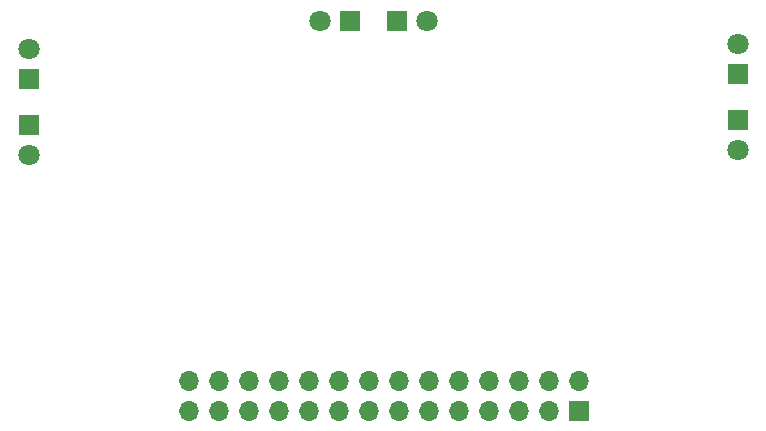
<source format=gbr>
%TF.GenerationSoftware,KiCad,Pcbnew,8.0.0*%
%TF.CreationDate,2024-03-21T20:48:15+02:00*%
%TF.ProjectId,Sensing system,53656e73-696e-4672-9073-797374656d2e,rev?*%
%TF.SameCoordinates,Original*%
%TF.FileFunction,Copper,L2,Bot*%
%TF.FilePolarity,Positive*%
%FSLAX46Y46*%
G04 Gerber Fmt 4.6, Leading zero omitted, Abs format (unit mm)*
G04 Created by KiCad (PCBNEW 8.0.0) date 2024-03-21 20:48:15*
%MOMM*%
%LPD*%
G01*
G04 APERTURE LIST*
%TA.AperFunction,ComponentPad*%
%ADD10O,1.700000X1.700000*%
%TD*%
%TA.AperFunction,ComponentPad*%
%ADD11R,1.700000X1.700000*%
%TD*%
%TA.AperFunction,ComponentPad*%
%ADD12C,1.800000*%
%TD*%
%TA.AperFunction,ComponentPad*%
%ADD13R,1.800000X1.800000*%
%TD*%
G04 APERTURE END LIST*
D10*
%TO.P,J1,28,Pin_28*%
%TO.N,3V3*%
X67310000Y-101600000D03*
%TO.P,J1,27,Pin_27*%
%TO.N,GND*%
X67310000Y-104140000D03*
%TO.P,J1,26,Pin_26*%
%TO.N,BATT*%
X69850000Y-101600000D03*
%TO.P,J1,25,Pin_25*%
%TO.N,/AB0*%
X69850000Y-104140000D03*
%TO.P,J1,24,Pin_24*%
%TO.N,/RESV1*%
X72390000Y-101600000D03*
%TO.P,J1,23,Pin_23*%
%TO.N,/PC5*%
X72390000Y-104140000D03*
%TO.P,J1,22,Pin_22*%
%TO.N,/PE8*%
X74930000Y-101600000D03*
%TO.P,J1,21,Pin_21*%
%TO.N,GND*%
X74930000Y-104140000D03*
%TO.P,J1,20,Pin_20*%
%TO.N,/PE9*%
X77470000Y-101600000D03*
%TO.P,J1,19,Pin_19*%
%TO.N,/PC4*%
X77470000Y-104140000D03*
%TO.P,J1,18,Pin_18*%
%TO.N,/PE10*%
X80010000Y-101600000D03*
%TO.P,J1,17,Pin_17*%
%TO.N,/PA7*%
X80010000Y-104140000D03*
%TO.P,J1,16,Pin_16*%
%TO.N,/PE11*%
X82550000Y-101600000D03*
%TO.P,J1,15,Pin_15*%
%TO.N,GND*%
X82550000Y-104140000D03*
%TO.P,J1,14,Pin_14*%
%TO.N,/PE12*%
X85090000Y-101600000D03*
%TO.P,J1,13,Pin_13*%
%TO.N,/PA6*%
X85090000Y-104140000D03*
%TO.P,J1,12,Pin_12*%
%TO.N,/PE13*%
X87630000Y-101600000D03*
%TO.P,J1,11,Pin_11*%
%TO.N,/PA5*%
X87630000Y-104140000D03*
%TO.P,J1,10,Pin_10*%
%TO.N,/PE14*%
X90170000Y-101600000D03*
%TO.P,J1,9,Pin_9*%
%TO.N,GND*%
X90170000Y-104140000D03*
%TO.P,J1,8,Pin_8*%
%TO.N,/PE15*%
X92710000Y-101600000D03*
%TO.P,J1,7,Pin_7*%
%TO.N,/PA4*%
X92710000Y-104140000D03*
%TO.P,J1,6,Pin_6*%
%TO.N,/RESV2*%
X95250000Y-101600000D03*
%TO.P,J1,5,Pin_5*%
%TO.N,/PA3*%
X95250000Y-104140000D03*
%TO.P,J1,4,Pin_4*%
%TO.N,BATT*%
X97790000Y-101600000D03*
%TO.P,J1,3,Pin_3*%
%TO.N,GND*%
X97790000Y-104140000D03*
%TO.P,J1,2,Pin_2*%
%TO.N,3V3*%
X100330000Y-101600000D03*
D11*
%TO.P,J1,1,Pin_1*%
%TO.N,/RESV3*%
X100330000Y-104140000D03*
%TD*%
D12*
%TO.P,D6,2,A*%
%TO.N,GND*%
X113740000Y-82097000D03*
D13*
%TO.P,D6,1,K*%
%TO.N,/PA6*%
X113740000Y-79557000D03*
%TD*%
%TO.P,D5,1,K*%
%TO.N,/PA5*%
X84890000Y-71140000D03*
D12*
%TO.P,D5,2,A*%
%TO.N,GND*%
X87430000Y-71140000D03*
%TD*%
%TO.P,D4,2,A*%
%TO.N,GND*%
X53720000Y-73490000D03*
D13*
%TO.P,D4,1,K*%
%TO.N,/PA4*%
X53720000Y-76030000D03*
%TD*%
D12*
%TO.P,D3,2,A*%
%TO.N,BATT*%
X113740000Y-73115000D03*
D13*
%TO.P,D3,1,K*%
%TO.N,Net-(D3-K)*%
X113740000Y-75655000D03*
%TD*%
D12*
%TO.P,D2,2,A*%
%TO.N,BATT*%
X78395000Y-71150000D03*
D13*
%TO.P,D2,1,K*%
%TO.N,Net-(D2-K)*%
X80935000Y-71150000D03*
%TD*%
D12*
%TO.P,D1,2,A*%
%TO.N,BATT*%
X53722000Y-82512000D03*
D13*
%TO.P,D1,1,K*%
%TO.N,Net-(D1-K)*%
X53722000Y-79972000D03*
%TD*%
M02*

</source>
